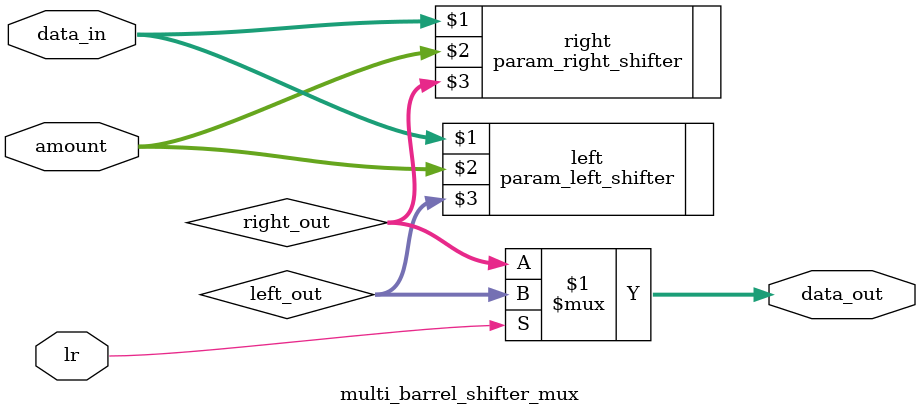
<source format=sv>
`timescale 1ns / 1ps

module multi_barrel_shifter_mux
#(parameter N = 3)
(
    input logic [2**N - 1:0] data_in,
    input logic lr,
    input logic [N-1:0] amount,
    output logic [2**N - 1:0] data_out
);

logic [((2**N)-1):0] left_out, right_out;

param_left_shifter #(N) left(data_in,amount,left_out);
param_right_shifter #(N) right(data_in,amount,right_out);

assign data_out = lr ? left_out : right_out;


endmodule

</source>
